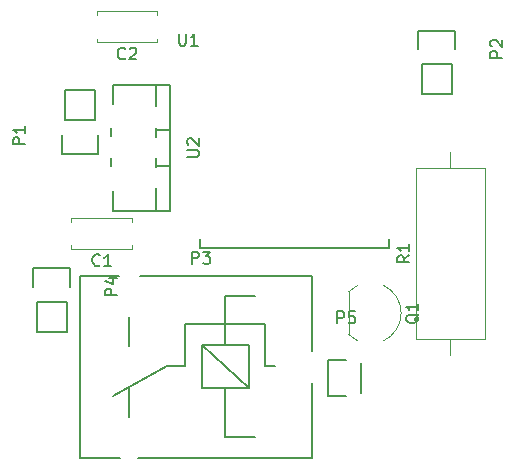
<source format=gbr>
G04 #@! TF.FileFunction,Legend,Top*
%FSLAX46Y46*%
G04 Gerber Fmt 4.6, Leading zero omitted, Abs format (unit mm)*
G04 Created by KiCad (PCBNEW 4.0.2+dfsg1-stable) date mar 17 ene 2017 15:42:20 COT*
%MOMM*%
G01*
G04 APERTURE LIST*
%ADD10C,0.100000*%
%ADD11C,0.152400*%
%ADD12C,0.120000*%
%ADD13C,0.150000*%
G04 APERTURE END LIST*
D10*
D11*
X186944000Y-106299000D02*
X186944000Y-107061000D01*
X186944000Y-107061000D02*
X202946000Y-107061000D01*
X202946000Y-107061000D02*
X202946000Y-106299000D01*
D12*
X181210000Y-107110000D02*
X176090000Y-107110000D01*
X181210000Y-104490000D02*
X176090000Y-104490000D01*
X181210000Y-107110000D02*
X181210000Y-106796000D01*
X181210000Y-104804000D02*
X181210000Y-104490000D01*
X176090000Y-107110000D02*
X176090000Y-106796000D01*
X176090000Y-104804000D02*
X176090000Y-104490000D01*
X183360000Y-89610000D02*
X178240000Y-89610000D01*
X183360000Y-86990000D02*
X178240000Y-86990000D01*
X183360000Y-89610000D02*
X183360000Y-89296000D01*
X183360000Y-87304000D02*
X183360000Y-86990000D01*
X178240000Y-89610000D02*
X178240000Y-89296000D01*
X178240000Y-87304000D02*
X178240000Y-86990000D01*
D13*
X178350000Y-99050000D02*
X178350000Y-97500000D01*
X178070000Y-93690000D02*
X178070000Y-96230000D01*
X178070000Y-96230000D02*
X175530000Y-96230000D01*
X175250000Y-97500000D02*
X175250000Y-99050000D01*
X175250000Y-99050000D02*
X178350000Y-99050000D01*
X175530000Y-96230000D02*
X175530000Y-93690000D01*
X175530000Y-93690000D02*
X178070000Y-93690000D01*
X205460000Y-88620000D02*
X205460000Y-90170000D01*
X205740000Y-93980000D02*
X205740000Y-91440000D01*
X205740000Y-91440000D02*
X208280000Y-91440000D01*
X208560000Y-90170000D02*
X208560000Y-88620000D01*
X208560000Y-88620000D02*
X205460000Y-88620000D01*
X208280000Y-91440000D02*
X208280000Y-93980000D01*
X208280000Y-93980000D02*
X205740000Y-93980000D01*
X180150000Y-109400000D02*
X176850000Y-109400000D01*
X176850000Y-109400000D02*
X176850000Y-124800000D01*
X176850000Y-124800000D02*
X180200000Y-124800000D01*
X196450000Y-115750000D02*
X196450000Y-109400000D01*
X196450000Y-109400000D02*
X181900000Y-109400000D01*
X196450000Y-118500000D02*
X196450000Y-124800000D01*
X196450000Y-124800000D02*
X181700000Y-124800000D01*
X196450000Y-124750000D02*
X196450000Y-118500000D01*
X181000000Y-112900000D02*
X181000000Y-115350000D01*
X181000000Y-121300000D02*
X181000000Y-118800000D01*
X191600000Y-111050000D02*
X189100000Y-111050000D01*
X192500000Y-117050000D02*
X193300000Y-117050000D01*
X189100000Y-123050000D02*
X191600000Y-123050000D01*
X185700000Y-117050000D02*
X184200000Y-117050000D01*
X184200000Y-117050000D02*
X179600000Y-119550000D01*
X185700000Y-113450000D02*
X192500000Y-113450000D01*
X185700000Y-117050000D02*
X185700000Y-113450000D01*
X192500000Y-117050000D02*
X192500000Y-113450000D01*
X189100000Y-123050000D02*
X189100000Y-118850000D01*
X189100000Y-115250000D02*
X189100000Y-111050000D01*
X187100000Y-115250000D02*
X191100000Y-118850000D01*
X191100000Y-115250000D02*
X191100000Y-118850000D01*
X191100000Y-118850000D02*
X187100000Y-118850000D01*
X187100000Y-118850000D02*
X187100000Y-115250000D01*
X187100000Y-115250000D02*
X191100000Y-115250000D01*
X172850000Y-108750000D02*
X172850000Y-110300000D01*
X173130000Y-114110000D02*
X173130000Y-111570000D01*
X173130000Y-111570000D02*
X175670000Y-111570000D01*
X175950000Y-110300000D02*
X175950000Y-108750000D01*
X175950000Y-108750000D02*
X172850000Y-108750000D01*
X175670000Y-111570000D02*
X175670000Y-114110000D01*
X175670000Y-114110000D02*
X173130000Y-114110000D01*
X200620000Y-119320000D02*
X200620000Y-116780000D01*
X197800000Y-116500000D02*
X199350000Y-116500000D01*
X197800000Y-116500000D02*
X197800000Y-119600000D01*
X197800000Y-119600000D02*
X199350000Y-119600000D01*
D12*
X199550000Y-110740000D02*
X199550000Y-114340000D01*
X200277205Y-110215816D02*
G75*
G03X199550000Y-110740000I1122795J-2324184D01*
G01*
X202498807Y-110183600D02*
G75*
G02X204000000Y-112540000I-1098807J-2356400D01*
G01*
X202498807Y-114896400D02*
G75*
G03X204000000Y-112540000I-1098807J2356400D01*
G01*
X200277205Y-114864184D02*
G75*
G02X199550000Y-114340000I1122795J2324184D01*
G01*
X205240000Y-114700000D02*
X211060000Y-114700000D01*
X211060000Y-114700000D02*
X211060000Y-100280000D01*
X211060000Y-100280000D02*
X205240000Y-100280000D01*
X205240000Y-100280000D02*
X205240000Y-114700000D01*
X208150000Y-116070000D02*
X208150000Y-114700000D01*
X208150000Y-98910000D02*
X208150000Y-100280000D01*
D13*
X183255000Y-103884000D02*
X183255000Y-101979000D01*
X183255000Y-99439000D02*
X183255000Y-100201000D01*
X183255000Y-97026000D02*
X183255000Y-96899000D01*
X183255000Y-97026000D02*
X183255000Y-97661000D01*
X183255000Y-93216000D02*
X183255000Y-94994000D01*
X179572000Y-93216000D02*
X179572000Y-94867000D01*
X179445000Y-97534000D02*
X179445000Y-96899000D01*
X179445000Y-100074000D02*
X179445000Y-99439000D01*
X179572000Y-103884000D02*
X179572000Y-102233000D01*
X184398000Y-97026000D02*
X183255000Y-97026000D01*
X184398000Y-100074000D02*
X183255000Y-100074000D01*
X183255000Y-103884000D02*
X179572000Y-103884000D01*
X179572000Y-93216000D02*
X183255000Y-93216000D01*
X184398000Y-103884000D02*
X183255000Y-103884000D01*
X183255000Y-93216000D02*
X184398000Y-93216000D01*
X184398000Y-98550000D02*
X184398000Y-93216000D01*
X184398000Y-98550000D02*
X184398000Y-103884000D01*
X185198095Y-88892381D02*
X185198095Y-89701905D01*
X185245714Y-89797143D01*
X185293333Y-89844762D01*
X185388571Y-89892381D01*
X185579048Y-89892381D01*
X185674286Y-89844762D01*
X185721905Y-89797143D01*
X185769524Y-89701905D01*
X185769524Y-88892381D01*
X186769524Y-89892381D02*
X186198095Y-89892381D01*
X186483809Y-89892381D02*
X186483809Y-88892381D01*
X186388571Y-89035238D01*
X186293333Y-89130476D01*
X186198095Y-89178095D01*
X178483334Y-108467143D02*
X178435715Y-108514762D01*
X178292858Y-108562381D01*
X178197620Y-108562381D01*
X178054762Y-108514762D01*
X177959524Y-108419524D01*
X177911905Y-108324286D01*
X177864286Y-108133810D01*
X177864286Y-107990952D01*
X177911905Y-107800476D01*
X177959524Y-107705238D01*
X178054762Y-107610000D01*
X178197620Y-107562381D01*
X178292858Y-107562381D01*
X178435715Y-107610000D01*
X178483334Y-107657619D01*
X179435715Y-108562381D02*
X178864286Y-108562381D01*
X179150000Y-108562381D02*
X179150000Y-107562381D01*
X179054762Y-107705238D01*
X178959524Y-107800476D01*
X178864286Y-107848095D01*
X180633334Y-90967143D02*
X180585715Y-91014762D01*
X180442858Y-91062381D01*
X180347620Y-91062381D01*
X180204762Y-91014762D01*
X180109524Y-90919524D01*
X180061905Y-90824286D01*
X180014286Y-90633810D01*
X180014286Y-90490952D01*
X180061905Y-90300476D01*
X180109524Y-90205238D01*
X180204762Y-90110000D01*
X180347620Y-90062381D01*
X180442858Y-90062381D01*
X180585715Y-90110000D01*
X180633334Y-90157619D01*
X181014286Y-90157619D02*
X181061905Y-90110000D01*
X181157143Y-90062381D01*
X181395239Y-90062381D01*
X181490477Y-90110000D01*
X181538096Y-90157619D01*
X181585715Y-90252857D01*
X181585715Y-90348095D01*
X181538096Y-90490952D01*
X180966667Y-91062381D01*
X181585715Y-91062381D01*
X172152381Y-98238095D02*
X171152381Y-98238095D01*
X171152381Y-97857142D01*
X171200000Y-97761904D01*
X171247619Y-97714285D01*
X171342857Y-97666666D01*
X171485714Y-97666666D01*
X171580952Y-97714285D01*
X171628571Y-97761904D01*
X171676190Y-97857142D01*
X171676190Y-98238095D01*
X172152381Y-96714285D02*
X172152381Y-97285714D01*
X172152381Y-97000000D02*
X171152381Y-97000000D01*
X171295238Y-97095238D01*
X171390476Y-97190476D01*
X171438095Y-97285714D01*
X212562381Y-90908095D02*
X211562381Y-90908095D01*
X211562381Y-90527142D01*
X211610000Y-90431904D01*
X211657619Y-90384285D01*
X211752857Y-90336666D01*
X211895714Y-90336666D01*
X211990952Y-90384285D01*
X212038571Y-90431904D01*
X212086190Y-90527142D01*
X212086190Y-90908095D01*
X211657619Y-89955714D02*
X211610000Y-89908095D01*
X211562381Y-89812857D01*
X211562381Y-89574761D01*
X211610000Y-89479523D01*
X211657619Y-89431904D01*
X211752857Y-89384285D01*
X211848095Y-89384285D01*
X211990952Y-89431904D01*
X212562381Y-90003333D01*
X212562381Y-89384285D01*
X186311905Y-108352381D02*
X186311905Y-107352381D01*
X186692858Y-107352381D01*
X186788096Y-107400000D01*
X186835715Y-107447619D01*
X186883334Y-107542857D01*
X186883334Y-107685714D01*
X186835715Y-107780952D01*
X186788096Y-107828571D01*
X186692858Y-107876190D01*
X186311905Y-107876190D01*
X187216667Y-107352381D02*
X187835715Y-107352381D01*
X187502381Y-107733333D01*
X187645239Y-107733333D01*
X187740477Y-107780952D01*
X187788096Y-107828571D01*
X187835715Y-107923810D01*
X187835715Y-108161905D01*
X187788096Y-108257143D01*
X187740477Y-108304762D01*
X187645239Y-108352381D01*
X187359524Y-108352381D01*
X187264286Y-108304762D01*
X187216667Y-108257143D01*
X179952381Y-111038095D02*
X178952381Y-111038095D01*
X178952381Y-110657142D01*
X179000000Y-110561904D01*
X179047619Y-110514285D01*
X179142857Y-110466666D01*
X179285714Y-110466666D01*
X179380952Y-110514285D01*
X179428571Y-110561904D01*
X179476190Y-110657142D01*
X179476190Y-111038095D01*
X179285714Y-109609523D02*
X179952381Y-109609523D01*
X178904762Y-109847619D02*
X179619048Y-110085714D01*
X179619048Y-109466666D01*
X198611905Y-113402381D02*
X198611905Y-112402381D01*
X198992858Y-112402381D01*
X199088096Y-112450000D01*
X199135715Y-112497619D01*
X199183334Y-112592857D01*
X199183334Y-112735714D01*
X199135715Y-112830952D01*
X199088096Y-112878571D01*
X198992858Y-112926190D01*
X198611905Y-112926190D01*
X200088096Y-112402381D02*
X199611905Y-112402381D01*
X199564286Y-112878571D01*
X199611905Y-112830952D01*
X199707143Y-112783333D01*
X199945239Y-112783333D01*
X200040477Y-112830952D01*
X200088096Y-112878571D01*
X200135715Y-112973810D01*
X200135715Y-113211905D01*
X200088096Y-113307143D01*
X200040477Y-113354762D01*
X199945239Y-113402381D01*
X199707143Y-113402381D01*
X199611905Y-113354762D01*
X199564286Y-113307143D01*
X205503619Y-112635238D02*
X205456000Y-112730476D01*
X205360762Y-112825714D01*
X205217905Y-112968571D01*
X205170286Y-113063810D01*
X205170286Y-113159048D01*
X205408381Y-113111429D02*
X205360762Y-113206667D01*
X205265524Y-113301905D01*
X205075048Y-113349524D01*
X204741714Y-113349524D01*
X204551238Y-113301905D01*
X204456000Y-113206667D01*
X204408381Y-113111429D01*
X204408381Y-112920952D01*
X204456000Y-112825714D01*
X204551238Y-112730476D01*
X204741714Y-112682857D01*
X205075048Y-112682857D01*
X205265524Y-112730476D01*
X205360762Y-112825714D01*
X205408381Y-112920952D01*
X205408381Y-113111429D01*
X205408381Y-111730476D02*
X205408381Y-112301905D01*
X205408381Y-112016191D02*
X204408381Y-112016191D01*
X204551238Y-112111429D01*
X204646476Y-112206667D01*
X204694095Y-112301905D01*
X204692381Y-107656666D02*
X204216190Y-107990000D01*
X204692381Y-108228095D02*
X203692381Y-108228095D01*
X203692381Y-107847142D01*
X203740000Y-107751904D01*
X203787619Y-107704285D01*
X203882857Y-107656666D01*
X204025714Y-107656666D01*
X204120952Y-107704285D01*
X204168571Y-107751904D01*
X204216190Y-107847142D01*
X204216190Y-108228095D01*
X204692381Y-106704285D02*
X204692381Y-107275714D01*
X204692381Y-106990000D02*
X203692381Y-106990000D01*
X203835238Y-107085238D01*
X203930476Y-107180476D01*
X203978095Y-107275714D01*
X185882381Y-99311905D02*
X186691905Y-99311905D01*
X186787143Y-99264286D01*
X186834762Y-99216667D01*
X186882381Y-99121429D01*
X186882381Y-98930952D01*
X186834762Y-98835714D01*
X186787143Y-98788095D01*
X186691905Y-98740476D01*
X185882381Y-98740476D01*
X185977619Y-98311905D02*
X185930000Y-98264286D01*
X185882381Y-98169048D01*
X185882381Y-97930952D01*
X185930000Y-97835714D01*
X185977619Y-97788095D01*
X186072857Y-97740476D01*
X186168095Y-97740476D01*
X186310952Y-97788095D01*
X186882381Y-98359524D01*
X186882381Y-97740476D01*
M02*

</source>
